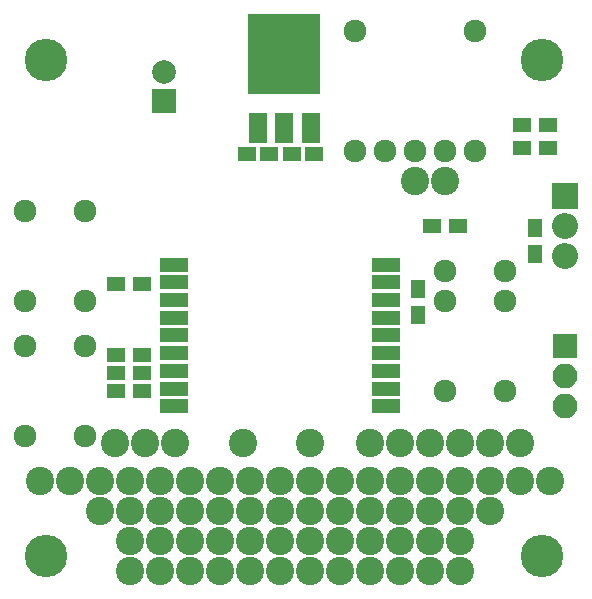
<source format=gbr>
G04 #@! TF.FileFunction,Soldermask,Top*
%FSLAX46Y46*%
G04 Gerber Fmt 4.6, Leading zero omitted, Abs format (unit mm)*
G04 Created by KiCad (PCBNEW 4.0.6) date 07/25/17 01:11:47*
%MOMM*%
%LPD*%
G01*
G04 APERTURE LIST*
%ADD10C,0.100000*%
%ADD11C,2.400000*%
%ADD12C,3.600000*%
%ADD13R,1.600000X1.150000*%
%ADD14R,2.000000X2.000000*%
%ADD15C,2.000000*%
%ADD16R,1.600000X1.300000*%
%ADD17R,2.100000X2.100000*%
%ADD18O,2.100000X2.100000*%
%ADD19C,1.924000*%
%ADD20R,2.200000X2.200000*%
%ADD21O,2.200000X2.200000*%
%ADD22R,1.300000X1.600000*%
%ADD23R,2.400000X1.300000*%
%ADD24R,1.600000X2.600000*%
%ADD25R,6.200000X6.800000*%
G04 APERTURE END LIST*
D10*
D11*
X106680000Y-134620000D03*
X101600000Y-137160000D03*
X104140000Y-134620000D03*
X101600000Y-134620000D03*
X99060000Y-142240000D03*
X99060000Y-139700000D03*
X99060000Y-137160000D03*
X96520000Y-137160000D03*
X96520000Y-139700000D03*
X96520000Y-142240000D03*
X99060000Y-134620000D03*
X96520000Y-134620000D03*
X93980000Y-142240000D03*
X93980000Y-139700000D03*
X93980000Y-137160000D03*
X91440000Y-137160000D03*
X91440000Y-139700000D03*
X91440000Y-142240000D03*
X93980000Y-134620000D03*
X91440000Y-134620000D03*
X88900000Y-142240000D03*
X88900000Y-139700000D03*
X88900000Y-137160000D03*
X86360000Y-137160000D03*
X86360000Y-139700000D03*
X86360000Y-142240000D03*
X88900000Y-134620000D03*
X86360000Y-134620000D03*
X83820000Y-142240000D03*
X83820000Y-139700000D03*
X83820000Y-137160000D03*
X81280000Y-137160000D03*
X81280000Y-139700000D03*
X81280000Y-142240000D03*
X83820000Y-134620000D03*
X81280000Y-134620000D03*
X78740000Y-142240000D03*
X78740000Y-139700000D03*
X78740000Y-137160000D03*
X76200000Y-137160000D03*
X76200000Y-139700000D03*
X76200000Y-142240000D03*
X78740000Y-134620000D03*
X76200000Y-134620000D03*
X73660000Y-142240000D03*
X73660000Y-139700000D03*
X73660000Y-137160000D03*
X73660000Y-134620000D03*
X63500000Y-134620000D03*
X66040000Y-134620000D03*
X68580000Y-137160000D03*
X68580000Y-134620000D03*
X71120000Y-134620000D03*
X71120000Y-137160000D03*
X71120000Y-139700000D03*
D12*
X106000000Y-141000000D03*
X64000000Y-141000000D03*
X64000000Y-99000000D03*
D13*
X80990000Y-106950000D03*
X82890000Y-106950000D03*
X86700000Y-106950000D03*
X84800000Y-106950000D03*
D14*
X74000000Y-102500000D03*
D15*
X74000000Y-100000000D03*
D16*
X104300000Y-106500000D03*
X106500000Y-106500000D03*
D17*
X107950000Y-123190000D03*
D18*
X107950000Y-125730000D03*
X107950000Y-128270000D03*
D19*
X90170000Y-106680000D03*
X92710000Y-106680000D03*
X95250000Y-106680000D03*
X97790000Y-106680000D03*
X90170000Y-96520000D03*
X100330000Y-106680000D03*
X100330000Y-96520000D03*
D11*
X95250000Y-109220000D03*
X97790000Y-109220000D03*
X69850000Y-131445000D03*
X72390000Y-131445000D03*
X74930000Y-131445000D03*
X96520000Y-131445000D03*
X93980000Y-131445000D03*
X91440000Y-131445000D03*
D20*
X107950000Y-110490000D03*
D21*
X107950000Y-113030000D03*
X107950000Y-115570000D03*
D16*
X69900000Y-127000000D03*
X72100000Y-127000000D03*
X69900000Y-125500000D03*
X72100000Y-125500000D03*
X72100000Y-124000000D03*
X69900000Y-124000000D03*
X69900000Y-118000000D03*
X72100000Y-118000000D03*
D22*
X95500000Y-118400000D03*
X95500000Y-120600000D03*
D16*
X98890000Y-113030000D03*
X96690000Y-113030000D03*
D22*
X105410000Y-115400000D03*
X105410000Y-113200000D03*
D16*
X104300000Y-104500000D03*
X106500000Y-104500000D03*
D19*
X102870000Y-127000000D03*
X102870000Y-119380000D03*
X102870000Y-116840000D03*
X97790000Y-116840000D03*
X97790000Y-119380000D03*
X97790000Y-127000000D03*
X67310000Y-123190000D03*
X62230000Y-123190000D03*
X67310000Y-130810000D03*
X62230000Y-130810000D03*
X67310000Y-111760000D03*
X62230000Y-111760000D03*
X67310000Y-119380000D03*
X62230000Y-119380000D03*
D23*
X74820000Y-116330000D03*
X74820000Y-117830000D03*
X74820000Y-119330000D03*
X74820000Y-120830000D03*
X74820000Y-122330000D03*
X74820000Y-123830000D03*
X74820000Y-125330000D03*
X74820000Y-126830000D03*
X74820000Y-128330000D03*
X92740000Y-128330000D03*
X92740000Y-126830000D03*
X92740000Y-125330000D03*
X92740000Y-123830000D03*
X92740000Y-122330000D03*
X92740000Y-120830000D03*
X92740000Y-119330000D03*
X92740000Y-117830000D03*
X92740000Y-116330000D03*
D24*
X81880000Y-104800000D03*
X84160000Y-104800000D03*
X86440000Y-104800000D03*
D25*
X84160000Y-98500000D03*
D11*
X101600000Y-131445000D03*
X104140000Y-131445000D03*
X99060000Y-131445000D03*
D12*
X106000000Y-99000000D03*
D11*
X80645000Y-131445000D03*
X86360000Y-131445000D03*
X71120000Y-142240000D03*
M02*

</source>
